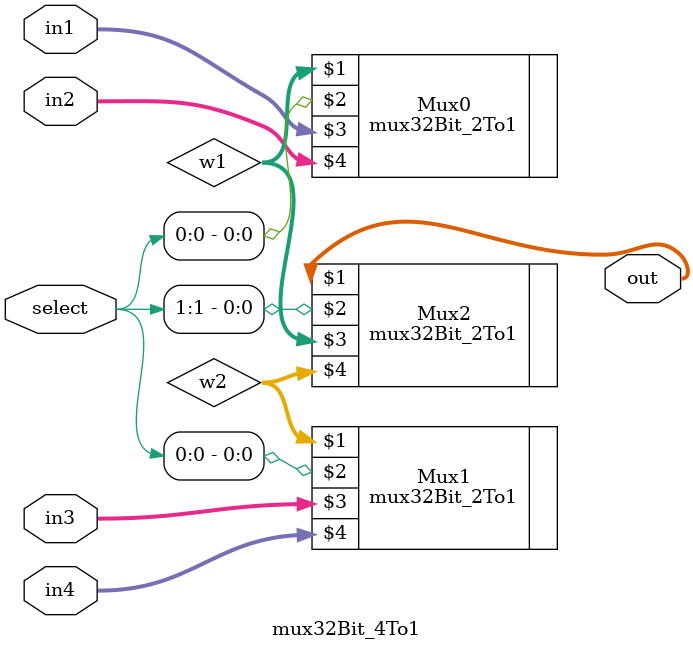
<source format=v>
`include "mux32Bit_2To1.v"
module  mux32Bit_4To1(out, select, in1, in2, in3, in4);
  input [31:0]  in1, in2, in3, in4;
  input [1:0] select;
  output  [31:0]  out;
  wire  [31:0]  w1, w2;
  mux32Bit_2To1 Mux0(w1[31:0], select[0], in1[31:0], in2[31:0]);
  mux32Bit_2To1 Mux1(w2[31:0], select[0], in3[31:0], in4[31:0]);
  mux32Bit_2To1 Mux2(out[31:0], select[1], w1[31:0], w2[31:0]);
endmodule
</source>
